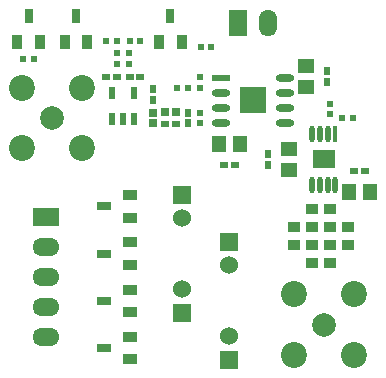
<source format=gts>
G04 #@! TF.FileFunction,Soldermask,Top*
%FSLAX46Y46*%
G04 Gerber Fmt 4.6, Leading zero omitted, Abs format (unit mm)*
G04 Created by KiCad (PCBNEW (2014-11-13 BZR 5275)-product) date Sun 16 Nov 2014 06:56:20 PM EST*
%MOMM*%
G01*
G04 APERTURE LIST*
%ADD10C,0.100000*%
%ADD11R,1.550000X0.600000*%
%ADD12O,1.550000X0.600000*%
%ADD13R,2.290000X2.290000*%
%ADD14R,0.900000X1.300000*%
%ADD15R,0.800000X1.300000*%
%ADD16R,1.524000X2.286000*%
%ADD17O,1.524000X2.286000*%
%ADD18R,0.650000X0.600000*%
%ADD19R,0.600000X0.650000*%
%ADD20R,1.450000X1.150000*%
%ADD21R,1.150000X1.450000*%
%ADD22R,1.524000X1.524000*%
%ADD23C,1.524000*%
%ADD24C,2.000000*%
%ADD25C,2.200000*%
%ADD26R,2.286000X1.524000*%
%ADD27O,2.286000X1.524000*%
%ADD28R,0.700000X0.650000*%
%ADD29R,0.650000X0.700000*%
%ADD30R,1.300000X0.900000*%
%ADD31R,1.300000X0.800000*%
%ADD32R,0.600000X0.600000*%
%ADD33R,1.000000X0.850000*%
%ADD34R,0.600000X1.100000*%
%ADD35R,0.450000X1.450000*%
%ADD36O,0.450000X1.450000*%
%ADD37R,1.890000X1.570000*%
G04 APERTURE END LIST*
D10*
D11*
X154300000Y-89095000D03*
D12*
X154300000Y-90365000D03*
X154300000Y-91635000D03*
X154300000Y-92905000D03*
X159700000Y-92905000D03*
X159700000Y-91635000D03*
X159700000Y-90365000D03*
X159700000Y-89095000D03*
D13*
X157000000Y-91000000D03*
D14*
X141050000Y-86100000D03*
X142950000Y-86100000D03*
D15*
X142000000Y-83900000D03*
D16*
X155730000Y-84500000D03*
D17*
X158270000Y-84500000D03*
D18*
X146550000Y-89000000D03*
X147450000Y-89000000D03*
X145450000Y-89000000D03*
X144550000Y-89000000D03*
X149550000Y-93000000D03*
X150450000Y-93000000D03*
D19*
X148500000Y-90950000D03*
X148500000Y-90050000D03*
X151500000Y-92050000D03*
X151500000Y-92950000D03*
D20*
X161500000Y-89900000D03*
X161500000Y-88100000D03*
D21*
X154100000Y-94750000D03*
X155900000Y-94750000D03*
X165100000Y-98750000D03*
X166900000Y-98750000D03*
D20*
X160000000Y-95100000D03*
X160000000Y-96900000D03*
D19*
X163250000Y-89450000D03*
X163250000Y-88550000D03*
D18*
X154550000Y-96500000D03*
X155450000Y-96500000D03*
X165550000Y-97000000D03*
X166450000Y-97000000D03*
D19*
X158250000Y-95550000D03*
X158250000Y-96450000D03*
D22*
X155000000Y-102999240D03*
D23*
X155000000Y-105000760D03*
D22*
X151000000Y-109000760D03*
D23*
X151000000Y-106999240D03*
D22*
X151000000Y-98999240D03*
D23*
X151000000Y-101000760D03*
D22*
X155000000Y-113000760D03*
D23*
X155000000Y-110999240D03*
D24*
X140000000Y-92500000D03*
D25*
X137450000Y-89950000D03*
X142550000Y-89950000D03*
X137450000Y-95050000D03*
X142550000Y-95050000D03*
D24*
X163000000Y-110000000D03*
D25*
X160450000Y-107450000D03*
X165550000Y-107450000D03*
X160450000Y-112550000D03*
X165550000Y-112550000D03*
D26*
X139500000Y-100920000D03*
D27*
X139500000Y-103460000D03*
X139500000Y-106000000D03*
X139500000Y-108540000D03*
X139500000Y-111080000D03*
D28*
X148500000Y-92050000D03*
X148500000Y-92950000D03*
D29*
X150450000Y-92000000D03*
X149550000Y-92000000D03*
D14*
X149050000Y-86100000D03*
X150950000Y-86100000D03*
D15*
X150000000Y-83900000D03*
D14*
X137050000Y-86100000D03*
X138950000Y-86100000D03*
D15*
X138000000Y-83900000D03*
D30*
X146600000Y-100950000D03*
X146600000Y-99050000D03*
D31*
X144400000Y-100000000D03*
D30*
X146600000Y-104950000D03*
X146600000Y-103050000D03*
D31*
X144400000Y-104000000D03*
D32*
X153450000Y-86500000D03*
X152550000Y-86500000D03*
X137550000Y-87500000D03*
X138450000Y-87500000D03*
X147450000Y-86000000D03*
X146550000Y-86000000D03*
X146500000Y-87950000D03*
X146500000Y-87050000D03*
X145500000Y-87950000D03*
X145500000Y-87050000D03*
X144550000Y-86000000D03*
X145450000Y-86000000D03*
X151450000Y-90000000D03*
X150550000Y-90000000D03*
X152500000Y-92050000D03*
X152500000Y-92950000D03*
X152500000Y-89050000D03*
X152500000Y-89950000D03*
X165450000Y-92500000D03*
X164550000Y-92500000D03*
X163500000Y-92200000D03*
X163500000Y-91300000D03*
D33*
X162000000Y-101750000D03*
X162000000Y-100250000D03*
X163500000Y-101750000D03*
X163500000Y-100250000D03*
X160500000Y-103250000D03*
X160500000Y-101750000D03*
X165000000Y-103250000D03*
X165000000Y-101750000D03*
X163500000Y-104750000D03*
X163500000Y-103250000D03*
X162000000Y-104750000D03*
X162000000Y-103250000D03*
D34*
X145050000Y-92600000D03*
X146950000Y-92600000D03*
X146000000Y-92600000D03*
X146950000Y-90400000D03*
X145050000Y-90400000D03*
D35*
X163975000Y-93850000D03*
D36*
X163325000Y-93850000D03*
X162675000Y-93850000D03*
X162025000Y-93850000D03*
X162025000Y-98150000D03*
X162675000Y-98150000D03*
X163325000Y-98150000D03*
X163975000Y-98150000D03*
D37*
X163000000Y-96000000D03*
D30*
X146600000Y-108950000D03*
X146600000Y-107050000D03*
D31*
X144400000Y-108000000D03*
D30*
X146600000Y-112950000D03*
X146600000Y-111050000D03*
D31*
X144400000Y-112000000D03*
M02*

</source>
